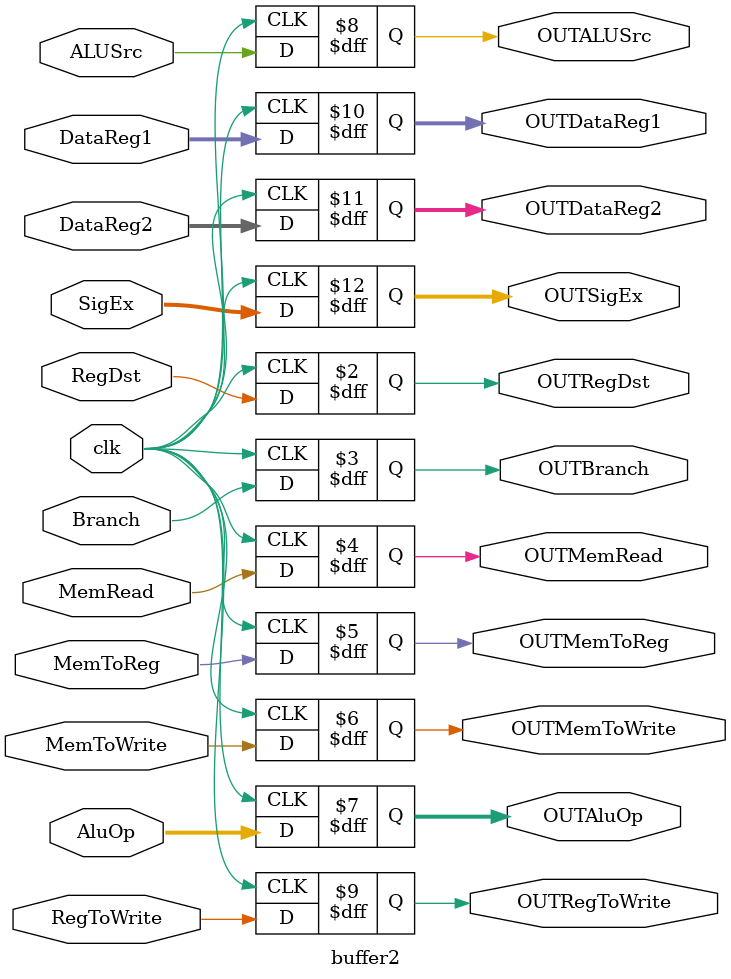
<source format=v>

module buffer2
(
	//Entradas
	input clk,
	input wire RegDst,  
	input wire Branch,      
	input wire MemRead,
	input wire MemToReg,
	input wire MemToWrite,
	input wire [1:0] AluOp,
	input wire ALUSrc, 
	input wire RegToWrite,
	input wire [31:0] DataReg1,
	input wire [31:0] DataReg2,
	input wire [31:0] SigEx,
	
	//Salidas
	output reg OUTRegDst,  
	output reg OUTBranch,      
	output reg OUTMemRead,
	output reg OUTMemToReg,
	output reg OUTMemToWrite,
	output reg [1:0] OUTAluOp,
	output reg OUTALUSrc, 
	output reg OUTRegToWrite,
	output reg [31:0] OUTDataReg1,
	output reg [31:0] OUTDataReg2,
	output reg [31:0] OUTSigEx
);

always @(posedge clk) begin
    OUTRegDst     <= RegDst;
    OUTBranch     <= Branch;
    OUTMemRead    <= MemRead;
    OUTMemToReg   <= MemToReg;
    OUTMemToWrite <= MemToWrite;
    OUTAluOp      <= AluOp;
    OUTALUSrc     <= ALUSrc;
    OUTRegToWrite <= RegToWrite;
    OUTDataReg1   <= DataReg1;
    OUTDataReg2   <= DataReg2;
    OUTSigEx      <= SigEx;
end

endmodule
</source>
